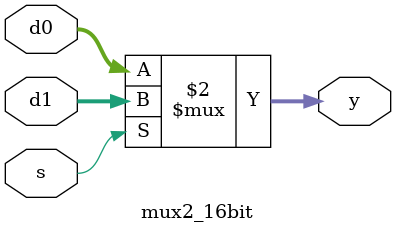
<source format=v>
module mux2_16bit(d0, d1, s, y);  //8 bit 2:1 MUX

	//input, output
	input [15:0] d0, d1;
	input s;
	output [15:0] y;
	
	//assign y(conditional operator)
	assign y=(s==0)?d0:d1;
	
endmodule   //end of module
</source>
